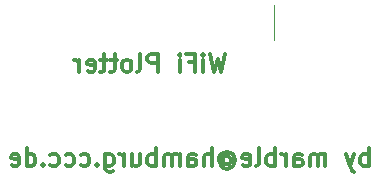
<source format=gbr>
G04 #@! TF.GenerationSoftware,KiCad,Pcbnew,(5.0.0-rc2-dev-231-ge0e0687cd)*
G04 #@! TF.CreationDate,2018-07-23T22:11:46+02:00*
G04 #@! TF.ProjectId,WiFi_Plotter,576946695F506C6F747465722E6B6963,rev?*
G04 #@! TF.SameCoordinates,Original*
G04 #@! TF.FileFunction,Legend,Bot*
G04 #@! TF.FilePolarity,Positive*
%FSLAX46Y46*%
G04 Gerber Fmt 4.6, Leading zero omitted, Abs format (unit mm)*
G04 Created by KiCad (PCBNEW (5.0.0-rc2-dev-231-ge0e0687cd)) date Mon Jul 23 22:11:46 2018*
%MOMM*%
%LPD*%
G01*
G04 APERTURE LIST*
%ADD10C,0.300000*%
%ADD11C,0.120000*%
G04 APERTURE END LIST*
D10*
X101266428Y-134678571D02*
X101266428Y-133178571D01*
X101266428Y-133750000D02*
X101123571Y-133678571D01*
X100837857Y-133678571D01*
X100695000Y-133750000D01*
X100623571Y-133821428D01*
X100552142Y-133964285D01*
X100552142Y-134392857D01*
X100623571Y-134535714D01*
X100695000Y-134607142D01*
X100837857Y-134678571D01*
X101123571Y-134678571D01*
X101266428Y-134607142D01*
X100052142Y-133678571D02*
X99695000Y-134678571D01*
X99337857Y-133678571D02*
X99695000Y-134678571D01*
X99837857Y-135035714D01*
X99909285Y-135107142D01*
X100052142Y-135178571D01*
X97623571Y-134678571D02*
X97623571Y-133678571D01*
X97623571Y-133821428D02*
X97552142Y-133750000D01*
X97409285Y-133678571D01*
X97195000Y-133678571D01*
X97052142Y-133750000D01*
X96980714Y-133892857D01*
X96980714Y-134678571D01*
X96980714Y-133892857D02*
X96909285Y-133750000D01*
X96766428Y-133678571D01*
X96552142Y-133678571D01*
X96409285Y-133750000D01*
X96337857Y-133892857D01*
X96337857Y-134678571D01*
X94980714Y-134678571D02*
X94980714Y-133892857D01*
X95052142Y-133750000D01*
X95195000Y-133678571D01*
X95480714Y-133678571D01*
X95623571Y-133750000D01*
X94980714Y-134607142D02*
X95123571Y-134678571D01*
X95480714Y-134678571D01*
X95623571Y-134607142D01*
X95695000Y-134464285D01*
X95695000Y-134321428D01*
X95623571Y-134178571D01*
X95480714Y-134107142D01*
X95123571Y-134107142D01*
X94980714Y-134035714D01*
X94266428Y-134678571D02*
X94266428Y-133678571D01*
X94266428Y-133964285D02*
X94195000Y-133821428D01*
X94123571Y-133750000D01*
X93980714Y-133678571D01*
X93837857Y-133678571D01*
X93337857Y-134678571D02*
X93337857Y-133178571D01*
X93337857Y-133750000D02*
X93195000Y-133678571D01*
X92909285Y-133678571D01*
X92766428Y-133750000D01*
X92695000Y-133821428D01*
X92623571Y-133964285D01*
X92623571Y-134392857D01*
X92695000Y-134535714D01*
X92766428Y-134607142D01*
X92909285Y-134678571D01*
X93195000Y-134678571D01*
X93337857Y-134607142D01*
X91766428Y-134678571D02*
X91909285Y-134607142D01*
X91980714Y-134464285D01*
X91980714Y-133178571D01*
X90623571Y-134607142D02*
X90766428Y-134678571D01*
X91052142Y-134678571D01*
X91195000Y-134607142D01*
X91266428Y-134464285D01*
X91266428Y-133892857D01*
X91195000Y-133750000D01*
X91052142Y-133678571D01*
X90766428Y-133678571D01*
X90623571Y-133750000D01*
X90552142Y-133892857D01*
X90552142Y-134035714D01*
X91266428Y-134178571D01*
X88980714Y-133964285D02*
X89052142Y-133892857D01*
X89195000Y-133821428D01*
X89337857Y-133821428D01*
X89480714Y-133892857D01*
X89552142Y-133964285D01*
X89623571Y-134107142D01*
X89623571Y-134250000D01*
X89552142Y-134392857D01*
X89480714Y-134464285D01*
X89337857Y-134535714D01*
X89195000Y-134535714D01*
X89052142Y-134464285D01*
X88980714Y-134392857D01*
X88980714Y-133821428D02*
X88980714Y-134392857D01*
X88909285Y-134464285D01*
X88837857Y-134464285D01*
X88695000Y-134392857D01*
X88623571Y-134250000D01*
X88623571Y-133892857D01*
X88766428Y-133678571D01*
X88980714Y-133535714D01*
X89266428Y-133464285D01*
X89552142Y-133535714D01*
X89766428Y-133678571D01*
X89909285Y-133892857D01*
X89980714Y-134178571D01*
X89909285Y-134464285D01*
X89766428Y-134678571D01*
X89552142Y-134821428D01*
X89266428Y-134892857D01*
X88980714Y-134821428D01*
X88766428Y-134678571D01*
X87980714Y-134678571D02*
X87980714Y-133178571D01*
X87337857Y-134678571D02*
X87337857Y-133892857D01*
X87409285Y-133750000D01*
X87552142Y-133678571D01*
X87766428Y-133678571D01*
X87909285Y-133750000D01*
X87980714Y-133821428D01*
X85980714Y-134678571D02*
X85980714Y-133892857D01*
X86052142Y-133750000D01*
X86195000Y-133678571D01*
X86480714Y-133678571D01*
X86623571Y-133750000D01*
X85980714Y-134607142D02*
X86123571Y-134678571D01*
X86480714Y-134678571D01*
X86623571Y-134607142D01*
X86695000Y-134464285D01*
X86695000Y-134321428D01*
X86623571Y-134178571D01*
X86480714Y-134107142D01*
X86123571Y-134107142D01*
X85980714Y-134035714D01*
X85266428Y-134678571D02*
X85266428Y-133678571D01*
X85266428Y-133821428D02*
X85195000Y-133750000D01*
X85052142Y-133678571D01*
X84837857Y-133678571D01*
X84695000Y-133750000D01*
X84623571Y-133892857D01*
X84623571Y-134678571D01*
X84623571Y-133892857D02*
X84552142Y-133750000D01*
X84409285Y-133678571D01*
X84195000Y-133678571D01*
X84052142Y-133750000D01*
X83980714Y-133892857D01*
X83980714Y-134678571D01*
X83266428Y-134678571D02*
X83266428Y-133178571D01*
X83266428Y-133750000D02*
X83123571Y-133678571D01*
X82837857Y-133678571D01*
X82695000Y-133750000D01*
X82623571Y-133821428D01*
X82552142Y-133964285D01*
X82552142Y-134392857D01*
X82623571Y-134535714D01*
X82695000Y-134607142D01*
X82837857Y-134678571D01*
X83123571Y-134678571D01*
X83266428Y-134607142D01*
X81266428Y-133678571D02*
X81266428Y-134678571D01*
X81909285Y-133678571D02*
X81909285Y-134464285D01*
X81837857Y-134607142D01*
X81695000Y-134678571D01*
X81480714Y-134678571D01*
X81337857Y-134607142D01*
X81266428Y-134535714D01*
X80552142Y-134678571D02*
X80552142Y-133678571D01*
X80552142Y-133964285D02*
X80480714Y-133821428D01*
X80409285Y-133750000D01*
X80266428Y-133678571D01*
X80123571Y-133678571D01*
X78980714Y-133678571D02*
X78980714Y-134892857D01*
X79052142Y-135035714D01*
X79123571Y-135107142D01*
X79266428Y-135178571D01*
X79480714Y-135178571D01*
X79623571Y-135107142D01*
X78980714Y-134607142D02*
X79123571Y-134678571D01*
X79409285Y-134678571D01*
X79552142Y-134607142D01*
X79623571Y-134535714D01*
X79695000Y-134392857D01*
X79695000Y-133964285D01*
X79623571Y-133821428D01*
X79552142Y-133750000D01*
X79409285Y-133678571D01*
X79123571Y-133678571D01*
X78980714Y-133750000D01*
X78266428Y-134535714D02*
X78195000Y-134607142D01*
X78266428Y-134678571D01*
X78337857Y-134607142D01*
X78266428Y-134535714D01*
X78266428Y-134678571D01*
X76909285Y-134607142D02*
X77052142Y-134678571D01*
X77337857Y-134678571D01*
X77480714Y-134607142D01*
X77552142Y-134535714D01*
X77623571Y-134392857D01*
X77623571Y-133964285D01*
X77552142Y-133821428D01*
X77480714Y-133750000D01*
X77337857Y-133678571D01*
X77052142Y-133678571D01*
X76909285Y-133750000D01*
X75623571Y-134607142D02*
X75766428Y-134678571D01*
X76052142Y-134678571D01*
X76195000Y-134607142D01*
X76266428Y-134535714D01*
X76337857Y-134392857D01*
X76337857Y-133964285D01*
X76266428Y-133821428D01*
X76195000Y-133750000D01*
X76052142Y-133678571D01*
X75766428Y-133678571D01*
X75623571Y-133750000D01*
X74337857Y-134607142D02*
X74480714Y-134678571D01*
X74766428Y-134678571D01*
X74909285Y-134607142D01*
X74980714Y-134535714D01*
X75052142Y-134392857D01*
X75052142Y-133964285D01*
X74980714Y-133821428D01*
X74909285Y-133750000D01*
X74766428Y-133678571D01*
X74480714Y-133678571D01*
X74337857Y-133750000D01*
X73695000Y-134535714D02*
X73623571Y-134607142D01*
X73695000Y-134678571D01*
X73766428Y-134607142D01*
X73695000Y-134535714D01*
X73695000Y-134678571D01*
X72337857Y-134678571D02*
X72337857Y-133178571D01*
X72337857Y-134607142D02*
X72480714Y-134678571D01*
X72766428Y-134678571D01*
X72909285Y-134607142D01*
X72980714Y-134535714D01*
X73052142Y-134392857D01*
X73052142Y-133964285D01*
X72980714Y-133821428D01*
X72909285Y-133750000D01*
X72766428Y-133678571D01*
X72480714Y-133678571D01*
X72337857Y-133750000D01*
X71052142Y-134607142D02*
X71195000Y-134678571D01*
X71480714Y-134678571D01*
X71623571Y-134607142D01*
X71695000Y-134464285D01*
X71695000Y-133892857D01*
X71623571Y-133750000D01*
X71480714Y-133678571D01*
X71195000Y-133678571D01*
X71052142Y-133750000D01*
X70980714Y-133892857D01*
X70980714Y-134035714D01*
X71695000Y-134178571D01*
X89123571Y-125178571D02*
X88766428Y-126678571D01*
X88480714Y-125607142D01*
X88195000Y-126678571D01*
X87837857Y-125178571D01*
X87266428Y-126678571D02*
X87266428Y-125678571D01*
X87266428Y-125178571D02*
X87337857Y-125250000D01*
X87266428Y-125321428D01*
X87195000Y-125250000D01*
X87266428Y-125178571D01*
X87266428Y-125321428D01*
X86052142Y-125892857D02*
X86552142Y-125892857D01*
X86552142Y-126678571D02*
X86552142Y-125178571D01*
X85837857Y-125178571D01*
X85266428Y-126678571D02*
X85266428Y-125678571D01*
X85266428Y-125178571D02*
X85337857Y-125250000D01*
X85266428Y-125321428D01*
X85195000Y-125250000D01*
X85266428Y-125178571D01*
X85266428Y-125321428D01*
X83409285Y-126678571D02*
X83409285Y-125178571D01*
X82837857Y-125178571D01*
X82695000Y-125250000D01*
X82623571Y-125321428D01*
X82552142Y-125464285D01*
X82552142Y-125678571D01*
X82623571Y-125821428D01*
X82695000Y-125892857D01*
X82837857Y-125964285D01*
X83409285Y-125964285D01*
X81695000Y-126678571D02*
X81837857Y-126607142D01*
X81909285Y-126464285D01*
X81909285Y-125178571D01*
X80909285Y-126678571D02*
X81052142Y-126607142D01*
X81123571Y-126535714D01*
X81195000Y-126392857D01*
X81195000Y-125964285D01*
X81123571Y-125821428D01*
X81052142Y-125750000D01*
X80909285Y-125678571D01*
X80695000Y-125678571D01*
X80552142Y-125750000D01*
X80480714Y-125821428D01*
X80409285Y-125964285D01*
X80409285Y-126392857D01*
X80480714Y-126535714D01*
X80552142Y-126607142D01*
X80695000Y-126678571D01*
X80909285Y-126678571D01*
X79980714Y-125678571D02*
X79409285Y-125678571D01*
X79766428Y-125178571D02*
X79766428Y-126464285D01*
X79695000Y-126607142D01*
X79552142Y-126678571D01*
X79409285Y-126678571D01*
X79123571Y-125678571D02*
X78552142Y-125678571D01*
X78909285Y-125178571D02*
X78909285Y-126464285D01*
X78837857Y-126607142D01*
X78695000Y-126678571D01*
X78552142Y-126678571D01*
X77480714Y-126607142D02*
X77623571Y-126678571D01*
X77909285Y-126678571D01*
X78052142Y-126607142D01*
X78123571Y-126464285D01*
X78123571Y-125892857D01*
X78052142Y-125750000D01*
X77909285Y-125678571D01*
X77623571Y-125678571D01*
X77480714Y-125750000D01*
X77409285Y-125892857D01*
X77409285Y-126035714D01*
X78123571Y-126178571D01*
X76766428Y-126678571D02*
X76766428Y-125678571D01*
X76766428Y-125964285D02*
X76695000Y-125821428D01*
X76623571Y-125750000D01*
X76480714Y-125678571D01*
X76337857Y-125678571D01*
D11*
X93300000Y-124040000D02*
X93300000Y-121000000D01*
M02*

</source>
